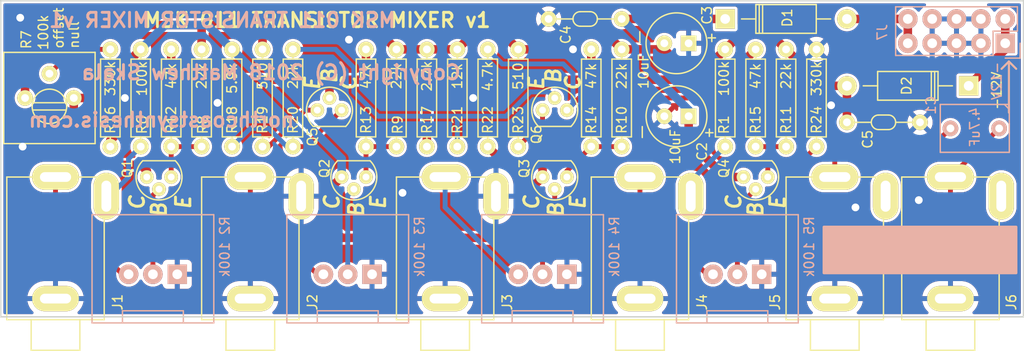
<source format=kicad_pcb>
(kicad_pcb (version 20211014) (generator pcbnew)
  (title_block (title "MSK 011 Transistor Mixer") (comment 1 "$Id: discrmix.kicad_pcb 8324 2020-11-18 02:26:53Z mskala $"))
  (layers (0 "F.Cu" signal) (31 "B.Cu" signal) (34 "B.Paste" user) (35 "F.Paste" user) (36 "B.SilkS" user "B.Silkscreen") (37 "F.SilkS" user "F.Silkscreen") (38 "B.Mask" user) (39 "F.Mask" user) (44 "Edge.Cuts" user))
  (net 0 "")
  (net 1 "+12V")
  (net 2 "GNDREF")
  (net 3 "-12V")
  (net 4 "Net-(J2-Pad1)")
  (net 5 "Net-(J3-Pad1)")
  (net 6 "Net-(J4-Pad1)")
  (net 7 "Net-(J4-Pad2)")
  (net 8 "Net-(Q1-Pad2)")
  (net 9 "Net-(Q1-Pad1)")
  (net 10 "Net-(Q2-Pad1)")
  (net 11 "Net-(Q2-Pad2)")
  (net 12 "Net-(Q3-Pad2)")
  (net 13 "Net-(Q3-Pad1)")
  (net 14 "Net-(Q4-Pad2)")
  (net 15 "Net-(Q4-Pad1)")
  (net 16 "Net-(Q5-Pad3)")
  (net 17 "Net-(Q5-Pad1)")
  (net 18 "Net-(Q5-Pad2)")
  (net 19 "Net-(Q6-Pad1)")
  (net 20 "Net-(Q6-Pad2)")
  (net 21 "Net-(C1-Pad1)")
  (net 22 "Net-(C1-Pad2)")
  (net 23 "Net-(J1-Pad1)")
  (net 24 "Net-(J1-Pad2)")
  (net 25 "Net-(R16-Pad1)")
  (net 26 "Net-(D1-Pad1)")
  (net 27 "Net-(D2-Pad2)")
  (footprint "mskala:C1V7msk" (layer "F.Cu") (at 146.685 88.265 180)
    (fp_text reference "C2" (at -2.667 -3.683 270) (layer "F.SilkS"))
    (fp_text value "10uF" (at 0.127 -3.175 270) (layer "F.SilkS"))
    (fp_text user "+" (at -3.429 -1.651 180) (layer "F.SilkS"))
    (fp_text user "-" (at 3.683 -1.651 270) (layer "F.SilkS") (effects (font (size 1.5 1.5))))
    (pad "1" thru_hole rect locked (at -1.27 0 180) (size 1.6256 1.6256) (drill 0.8128) (layers *.Cu *.Mask "F.SilkS") (net 1 "+12V"))
    (pad "2" thru_hole circle locked (at 1.27 0 180) (size 1.6256 1.6256) (drill 0.8128) (layers *.Cu *.Mask "F.SilkS") (net 2 "GNDREF"))
  )
  (footprint "mskala:C3msk" (layer "F.Cu") (at 137.16 78.105 180)
    (fp_text reference "C4" (at 2.032 -1.651 270) (layer "F.SilkS"))
    (fp_text value "0.1uF" hide)
    (pad "1" thru_hole circle locked (at -3.81 0 180) (size 1.6256 1.6256) (drill 0.8128) (layers *.Cu *.Mask "F.SilkS") (net 1 "+12V"))
    (pad "2" thru_hole circle locked (at 3.81 0 180) (size 1.6256 1.6256) (drill 0.8128) (layers *.Cu *.Mask "F.SilkS") (net 2 "GNDREF"))
  )
  (footprint "mskala:C1V7msk" (layer "F.Cu") (at 146.685 80.645 180)
    (fp_text reference "C3" (at -3.175 2.921 270) (layer "F.SilkS"))
    (fp_text value "10uF" (at 3.429 -2.921 270) (layer "F.SilkS"))
    (fp_text user "-" (at 3.937 0.635 270) (layer "F.SilkS") (effects (font (size 1.5 1.5))))
    (fp_text user "+" (at -3.683 0.635 180) (layer "F.SilkS"))
    (pad "1" thru_hole rect locked (at -1.27 0 180) (size 1.6256 1.6256) (drill 0.8128) (layers *.Cu *.Mask "F.SilkS") (net 2 "GNDREF"))
    (pad "2" thru_hole circle locked (at 1.27 0 180) (size 1.6256 1.6256) (drill 0.8128) (layers *.Cu *.Mask "F.SilkS") (net 3 "-12V"))
  )
  (footprint "mskala:C3msk" (layer "F.Cu") (at 168.275 88.9 180)
    (fp_text reference "C5" (at 1.651 -1.778 270) (layer "F.SilkS"))
    (fp_text value "0.1uF" hide)
    (pad "1" thru_hole circle locked (at -3.81 0 180) (size 1.6256 1.6256) (drill 0.8128) (layers *.Cu *.Mask "F.SilkS") (net 2 "GNDREF"))
    (pad "2" thru_hole circle locked (at 3.81 0 180) (size 1.6256 1.6256) (drill 0.8128) (layers *.Cu *.Mask "F.SilkS") (net 3 "-12V"))
  )
  (footprint "mskala:DO15msk" (layer "F.Cu") (at 158.115 78.105 180)
    (fp_text reference "D1" (at -0.127 0.127 270) (layer "F.SilkS"))
    (fp_text value "1N5818" hide)
    (pad "1" thru_hole circle locked (at -6.35 0 180) (size 2.032 2.032) (drill 1.016) (layers *.Cu *.Mask "F.SilkS") (net 26 "Net-(D1-Pad1)"))
    (pad "2" thru_hole rect locked (at 6.35 0 180) (size 2.032 2.032) (drill 1.016) (layers *.Cu *.Mask "F.SilkS") (net 1 "+12V"))
  )
  (footprint "mskala:DO15msk" (layer "F.Cu") (at 170.815 85.09)
    (fp_text reference "D2" (at -0.127 0 90) (layer "F.SilkS"))
    (fp_text value "1N5818" hide)
    (pad "1" thru_hole circle locked (at -6.35 0) (size 2.032 2.032) (drill 1.016) (layers *.Cu *.Mask "F.SilkS") (net 3 "-12V"))
    (pad "2" thru_hole rect locked (at 6.35 0) (size 2.032 2.032) (drill 1.016) (layers *.Cu *.Mask "F.SilkS") (net 27 "Net-(D2-Pad2)"))
  )
  (footprint "mskala:TO92msk" (layer "F.Cu") (at 93.98 94.615 180)
    (fp_text reference "Q1" (at 4.572 0.889 270) (layer "F.SilkS"))
    (fp_text value "2N5088" hide)
    (pad "1" thru_hole circle locked (at 0 0 225) (size 1.4224 1.4224) (drill 0.7112) (layers *.Cu *.Mask "F.SilkS") (net 9 "Net-(Q1-Pad1)"))
    (pad "2" thru_hole circle locked (at 1.27 -1.27 225) (size 1.4224 1.4224) (drill 0.7112) (layers *.Cu *.Mask "F.SilkS") (net 8 "Net-(Q1-Pad2)"))
    (pad "3" thru_hole circle locked (at 2.54 0 225) (size 1.4224 1.4224) (drill 0.7112) (layers *.Cu *.Mask "F.SilkS") (net 1 "+12V"))
  )
  (footprint "mskala:TO92msk" (layer "F.Cu") (at 114.3 94.615 180)
    (fp_text reference "Q2" (at 4.318 0.889 270) (layer "F.SilkS"))
    (fp_text value "2N5088" hide)
    (pad "1" thru_hole circle locked (at 0 0 225) (size 1.4224 1.4224) (drill 0.7112) (layers *.Cu *.Mask "F.SilkS") (net 10 "Net-(Q2-Pad1)"))
    (pad "2" thru_hole circle locked (at 1.27 -1.27 225) (size 1.4224 1.4224) (drill 0.7112) (layers *.Cu *.Mask "F.SilkS") (net 11 "Net-(Q2-Pad2)"))
    (pad "3" thru_hole circle locked (at 2.54 0 225) (size 1.4224 1.4224) (drill 0.7112) (layers *.Cu *.Mask "F.SilkS") (net 1 "+12V"))
  )
  (footprint "mskala:TO92msk" (layer "F.Cu") (at 135.255 94.615 180)
    (fp_text reference "Q3" (at 4.445 0.889 270) (layer "F.SilkS"))
    (fp_text value "2N5088" hide)
    (pad "1" thru_hole circle locked (at 0 0 225) (size 1.4224 1.4224) (drill 0.7112) (layers *.Cu *.Mask "F.SilkS") (net 13 "Net-(Q3-Pad1)"))
    (pad "2" thru_hole circle locked (at 1.27 -1.27 225) (size 1.4224 1.4224) (drill 0.7112) (layers *.Cu *.Mask "F.SilkS") (net 12 "Net-(Q3-Pad2)"))
    (pad "3" thru_hole circle locked (at 2.54 0 225) (size 1.4224 1.4224) (drill 0.7112) (layers *.Cu *.Mask "F.SilkS") (net 1 "+12V"))
  )
  (footprint "mskala:TO92msk" (layer "F.Cu") (at 132.715 87.63)
    (fp_text reference "Q6" (at -0.635 2.54 90) (layer "F.SilkS"))
    (fp_text value "2N5088" hide)
    (pad "1" thru_hole circle locked (at 0 0 45) (size 1.4224 1.4224) (drill 0.7112) (layers *.Cu *.Mask "F.SilkS") (net 19 "Net-(Q6-Pad1)"))
    (pad "2" thru_hole circle locked (at 1.27 -1.27 45) (size 1.4224 1.4224) (drill 0.7112) (layers *.Cu *.Mask "F.SilkS") (net 20 "Net-(Q6-Pad2)"))
    (pad "3" thru_hole circle locked (at 2.54 0 45) (size 1.4224 1.4224) (drill 0.7112) (layers *.Cu *.Mask "F.SilkS") (net 22 "Net-(C1-Pad2)"))
  )
  (footprint "mskala:TO92msk" (layer "F.Cu") (at 109.22 87.63)
    (fp_text reference "Q5" (at -0.508 2.794 90) (layer "F.SilkS"))
    (fp_text value "2N5088" hide)
    (pad "1" thru_hole circle locked (at 0 0 45) (size 1.4224 1.4224) (drill 0.7112) (layers *.Cu *.Mask "F.SilkS") (net 17 "Net-(Q5-Pad1)"))
    (pad "2" thru_hole circle locked (at 1.27 -1.27 45) (size 1.4224 1.4224) (drill 0.7112) (layers *.Cu *.Mask "F.SilkS") (net 18 "Net-(Q5-Pad2)"))
    (pad "3" thru_hole circle locked (at 2.54 0 45) (size 1.4224 1.4224) (drill 0.7112) (layers *.Cu *.Mask "F.SilkS") (net 16 "Net-(Q5-Pad3)"))
  )
  (footprint "mskala:TO92msk" (layer "F.Cu") (at 156.21 94.615 180)
    (fp_text reference "Q4" (at 4.572 0.889 270) (layer "F.SilkS"))
    (fp_text value "2N5088" hide)
    (pad "1" thru_hole circle locked (at 0 0 225) (size 1.4224 1.4224) (drill 0.7112) (layers *.Cu *.Mask "F.SilkS") (net 15 "Net-(Q4-Pad1)"))
    (pad "2" thru_hole circle locked (at 1.27 -1.27 225) (size 1.4224 1.4224) (drill 0.7112) (layers *.Cu *.Mask "F.SilkS") (net 14 "Net-(Q4-Pad2)"))
    (pad "3" thru_hole circle locked (at 2.54 0 225) (size 1.4224 1.4224) (drill 0.7112) (layers *.Cu *.Mask "F.SilkS") (net 1 "+12V"))
  )
  (footprint "mskala:R4valmsk" (layer "F.Cu") (at 90.805 86.36 90)
    (fp_text reference "R6" (at -2.794 0.127 90) (layer "F.SilkS"))
    (fp_text value "100k" (at 2.032 0.127 90) (layer "F.SilkS"))
    (pad "1" thru_hole circle locked (at -5.08 0 90) (size 1.6256 1.6256) (drill 0.8128) (layers *.Cu *.Mask "F.SilkS") (net 24 "Net-(J1-Pad2)"))
    (pad "2" thru_hole circle locked (at 5.08 0 90) (size 1.6256 1.6256) (drill 0.8128) (layers *.Cu *.Mask "F.SilkS") (net 1 "+12V"))
  )
  (footprint "mskala:R4valmsk" (layer "F.Cu") (at 93.98 86.36 90)
    (fp_text reference "R12" (at -2.286 0 90) (layer "F.SilkS"))
    (fp_text value "47k" (at 2.286 0 90) (layer "F.SilkS"))
    (pad "1" thru_hole circle locked (at -5.08 0 90) (size 1.6256 1.6256) (drill 0.8128) (layers *.Cu *.Mask "F.SilkS") (net 9 "Net-(Q1-Pad1)"))
    (pad "2" thru_hole circle locked (at 5.08 0 90) (size 1.6256 1.6256) (drill 0.8128) (layers *.Cu *.Mask "F.SilkS") (net 18 "Net-(Q5-Pad2)"))
  )
  (footprint "mskala:R4valmsk" (layer "F.Cu") (at 97.155 86.36 90)
    (fp_text reference "R8" (at -2.794 0.127 90) (layer "F.SilkS"))
    (fp_text value "22k" (at 2.286 0 90) (layer "F.SilkS"))
    (pad "1" thru_hole circle locked (at -5.08 0 90) (size 1.6256 1.6256) (drill 0.8128) (layers *.Cu *.Mask "F.SilkS") (net 9 "Net-(Q1-Pad1)"))
    (pad "2" thru_hole circle locked (at 5.08 0 90) (size 1.6256 1.6256) (drill 0.8128) (layers *.Cu *.Mask "F.SilkS") (net 3 "-12V"))
  )
  (footprint "mskala:R4valmsk" (layer "F.Cu") (at 114.3 86.36 90)
    (fp_text reference "R13" (at -2.286 0 90) (layer "F.SilkS"))
    (fp_text value "47k" (at 2.286 0 90) (layer "F.SilkS"))
    (pad "1" thru_hole circle locked (at -5.08 0 90) (size 1.6256 1.6256) (drill 0.8128) (layers *.Cu *.Mask "F.SilkS") (net 10 "Net-(Q2-Pad1)"))
    (pad "2" thru_hole circle locked (at 5.08 0 90) (size 1.6256 1.6256) (drill 0.8128) (layers *.Cu *.Mask "F.SilkS") (net 18 "Net-(Q5-Pad2)"))
  )
  (footprint "mskala:R4valmsk" (layer "F.Cu") (at 117.475 86.36 90)
    (fp_text reference "R9" (at -2.794 0.127 90) (layer "F.SilkS"))
    (fp_text value "22k" (at 2.286 0 90) (layer "F.SilkS"))
    (pad "1" thru_hole circle locked (at -5.08 0 90) (size 1.6256 1.6256) (drill 0.8128) (layers *.Cu *.Mask "F.SilkS") (net 10 "Net-(Q2-Pad1)"))
    (pad "2" thru_hole circle locked (at 5.08 0 90) (size 1.6256 1.6256) (drill 0.8128) (layers *.Cu *.Mask "F.SilkS") (net 3 "-12V"))
  )
  (footprint "mskala:R4valmsk" (layer "F.Cu") (at 127 86.36 90)
    (fp_text reference "R22" (at -2.286 0 90) (layer "F.SilkS"))
    (fp_text value "4.7k" (at 2.286 0 90) (layer "F.SilkS"))
    (pad "1" thru_hole circle locked (at -5.08 0 90) (size 1.6256 1.6256) (drill 0.8128) (layers *.Cu *.Mask "F.SilkS") (net 1 "+12V"))
    (pad "2" thru_hole circle locked (at 5.08 0 90) (size 1.6256 1.6256) (drill 0.8128) (layers *.Cu *.Mask "F.SilkS") (net 22 "Net-(C1-Pad2)"))
  )
  (footprint "mskala:R4valmsk" (layer "F.Cu") (at 100.33 86.36 -90)
    (fp_text reference "R18" (at 2.286 0 90) (layer "F.SilkS"))
    (fp_text value "5.9k" (at -2.032 0 90) (layer "F.SilkS"))
    (pad "1" thru_hole circle locked (at -5.08 0 270) (size 1.6256 1.6256) (drill 0.8128) (layers *.Cu *.Mask "F.SilkS") (net 1 "+12V"))
    (pad "2" thru_hole circle locked (at 5.08 0 270) (size 1.6256 1.6256) (drill 0.8128) (layers *.Cu *.Mask "F.SilkS") (net 16 "Net-(Q5-Pad3)"))
  )
  (footprint "mskala:R4valmsk" (layer "F.Cu") (at 106.68 86.36 90)
    (fp_text reference "R20" (at -2.286 0 90) (layer "F.SilkS"))
    (fp_text value "22k" (at 2.286 0 90) (layer "F.SilkS"))
    (pad "1" thru_hole circle locked (at -5.08 0 90) (size 1.6256 1.6256) (drill 0.8128) (layers *.Cu *.Mask "F.SilkS") (net 16 "Net-(Q5-Pad3)"))
    (pad "2" thru_hole circle locked (at 5.08 0 90) (size 1.6256 1.6256) (drill 0.8128) (layers *.Cu *.Mask "F.SilkS") (net 20 "Net-(Q6-Pad2)"))
  )
  (footprint "mskala:R4valmsk" (layer "F.Cu") (at 161.29 86.36 90)
    (fp_text reference "R24" (at -2.286 0 90) (layer "F.SilkS"))
    (fp_text value "330k" (at 2.032 0 90) (layer "F.SilkS"))
    (pad "1" thru_hole circle locked (at -5.08 0 90) (size 1.6256 1.6256) (drill 0.8128) (layers *.Cu *.Mask "F.SilkS") (net 21 "Net-(C1-Pad1)"))
    (pad "2" thru_hole circle locked (at 5.08 0 90) (size 1.6256 1.6256) (drill 0.8128) (layers *.Cu *.Mask "F.SilkS") (net 2 "GNDREF"))
  )
  (footprint "mskala:R4valmsk" (layer "F.Cu") (at 137.795 86.36 90)
    (fp_text reference "R14" (at -2.286 0 90) (layer "F.SilkS"))
    (fp_text value "47k" (at 2.286 0 90) (layer "F.SilkS"))
    (pad "1" thru_hole circle locked (at -5.08 0 90) (size 1.6256 1.6256) (drill 0.8128) (layers *.Cu *.Mask "F.SilkS") (net 13 "Net-(Q3-Pad1)"))
    (pad "2" thru_hole circle locked (at 5.08 0 90) (size 1.6256 1.6256) (drill 0.8128) (layers *.Cu *.Mask "F.SilkS") (net 18 "Net-(Q5-Pad2)"))
  )
  (footprint "mskala:R4valmsk" (layer "F.Cu") (at 123.825 86.36 90)
    (fp_text reference "R21" (at -2.286 0 90) (layer "F.SilkS"))
    (fp_text value "12k" (at 2.286 0 90) (layer "F.SilkS"))
    (pad "1" thru_hole circle locked (at -5.08 0 90) (size 1.6256 1.6256) (drill 0.8128) (layers *.Cu *.Mask "F.SilkS") (net 20 "Net-(Q6-Pad2)"))
    (pad "2" thru_hole circle locked (at 5.08 0 90) (size 1.6256 1.6256) (drill 0.8128) (layers *.Cu *.Mask "F.SilkS") (net 3 "-12V"))
  )
  (footprint "mskala:R4valmsk" (layer "F.Cu") (at 120.65 86.36 90)
    (fp_text reference "R17" (at -2.286 0 90) (layer "F.SilkS"))
    (fp_text value "2.7k" (at 2.286 0 90) (layer "F.SilkS"))
    (pad "1" thru_hole circle locked (at -5.08 0 90) (size 1.6256 1.6256) (drill 0.8128) (layers *.Cu *.Mask "F.SilkS") (net 18 "Net-(Q5-Pad2)"))
    (pad "2" thru_hole circle locked (at 5.08 0 90) (size 1.6256 1.6256) (drill 0.8128) (layers *.Cu *.Mask "F.SilkS") (net 3 "-12V"))
  )
  (footprint "mskala:R4valmsk" (layer "F.Cu") (at 140.97 86.36 90)
    (fp_text reference "R10" (at -2.286 0 90) (layer "F.SilkS"))
    (fp_text value "22k" (at 2.286 0 90) (layer "F.SilkS"))
    (pad "1" thru_hole circle locked (at -5.08 0 90) (size 1.6256 1.6256) (drill 0.8128) (layers *.Cu *.Mask "F.SilkS") (net 13 "Net-(Q3-Pad1)"))
    (pad "2" thru_hole circle locked (at 5.08 0 90) (size 1.6256 1.6256) (drill 0.8128) (layers *.Cu *.Mask "F.SilkS") (net 3 "-12V"))
  )
  (footprint "mskala:R4valmsk" (layer "F.Cu") (at 130.175 86.36 90)
    (fp_text reference "R23" (at -2.286 0 90) (layer "F.SilkS"))
    (fp_text value "510" (at 2.286 0 90) (layer "F.SilkS"))
    (pad "1" thru_hole circle locked (at -5.08 0 90) (size 1.6256 1.6256) (drill 0.8128) (layers *.Cu *.Mask "F.SilkS") (net 19 "Net-(Q6-Pad1)"))
    (pad "2" thru_hole circle locked (at 5.08 0 90) (size 1.6256 1.6256) (drill 0.8128) (layers *.Cu *.Mask "F.SilkS") (net 3 "-12V"))
  )
  (footprint "mskala:R4valmsk" (layer "F.Cu") (at 103.505 86.36 90)
    (fp_text reference "R19" (at -2.286 0 90) (layer "F.SilkS"))
    (fp_text value "510" (at 2.286 0 90) (layer "F.SilkS"))
    (pad "1" thru_hole circle locked (at -5.08 0 90) (size 1.6256 1.6256) (drill 0.8128) (layers *.Cu *.Mask "F.SilkS") (net 17 "Net-(Q5-Pad1)"))
    (pad "2" thru_hole circle locked (at 5.08 0 90) (size 1.6256 1.6256) (drill 0.8128) (layers *.Cu *.Mask "F.SilkS") (net 3 "-12V"))
  )
  (footprint "mskala:R4valmsk" (layer "F.Cu") (at 154.94 86.36 90)
    (fp_text reference "R15" (at -2.286 0 90) (layer "F.SilkS"))
    (fp_text value "47k" (at 2.286 0 90) (layer "F.SilkS"))
    (pad "1" thru_hole circle locked (at -5.08 0 90) (size 1.6256 1.6256) (drill 0.8128) (layers *.Cu *.Mask "F.SilkS") (net 15 "Net-(Q4-Pad1)"))
    (pad "2" thru_hole circle locked (at 5.08 0 90) (size 1.6256 1.6256) (drill 0.8128) (layers *.Cu *.Mask "F.SilkS") (net 18 "Net-(Q5-Pad2)"))
  )
  (footprint "mskala:R4valmsk" (layer "F.Cu") (at 151.765 86.36 90)
    (fp_text reference "R1" (at -2.794 -0.127 90) (layer "F.SilkS"))
    (fp_text value "100k" (at 2.032 -0.127 90) (layer "F.SilkS"))
    (pad "1" thru_hole circle locked (at -5.08 0 90) (size 1.6256 1.6256) (drill 0.8128) (layers *.Cu *.Mask "F.SilkS") (net 7 "Net-(J4-Pad2)"))
    (pad "2" thru_hole circle locked (at 5.08 0 90) (size 1.6256 1.6256) (drill 0.8128) (layers *.Cu *.Mask "F.SilkS") (net 3 "-12V"))
  )
  (footprint "mskala:R4valmsk" (layer "F.Cu") (at 158.115 86.36 90)
    (fp_text reference "R11" (at -2.286 0 90) (layer "F.SilkS"))
    (fp_text value "22k" (at 2.286 0 90) (layer "F.SilkS"))
    (pad "1" thru_hole circle locked (at -5.08 0 90) (size 1.6256 1.6256) (drill 0.8128) (layers *.Cu *.Mask "F.SilkS") (net 15 "Net-(Q4-Pad1)"))
    (pad "2" thru_hole circle locked (at 5.08 0 90) (size 1.6256 1.6256) (drill 0.8128) (layers *.Cu *.Mask "F.SilkS") (net 3 "-12V"))
  )
  (footprint "mskala:3386Pmsk" (layer "F.Cu") (at 83.82 86.36 180)
    (fp_text reference "R7" (at 4.953 6.096 270) (layer "F.SilkS"))
    (fp_text value "100k" (at 3.175 6.858 270) (layer "F.SilkS"))
    (pad "1" thru_hole circle locked (at 0 0 180) (size 1.6256 1.6256) (drill 0.8128) (layers *.Cu *.Mask "F.SilkS") (net 1 "+12V"))
    (pad "2" thru_hole circle locked (at 2.54 2.54 180) (size 1.6256 1.6256) (drill 0.8128) (layers *.Cu *.Mask "F.SilkS") (net 25 "Net-(R16-Pad1)"))
    (pad "3" thru_hole circle locked (at 5.08 0 180) (size 1.6256 1.6256) (drill 0.8128) (layers *.Cu *.Mask "F.SilkS") (net 3 "-12V"))
  )
  (footprint "mskala:R4valmsk" (layer "F.Cu") (at 87.63 86.36 -90)
    (fp_text reference "R16" (at 2.286 0 90) (layer "F.SilkS"))
    (fp_text value "330k" (at -2.032 0 90) (layer "F.SilkS"))
    (pad "1" thru_hole circle locked (at -5.08 0 270) (size 1.6256 1.6256) (drill 0.8128) (layers *.Cu *.Mask "F.SilkS") (net 25 "Net-(R16-Pad1)"))
    (pad "2" thru_hole circle locked (at 5.08 0 270) (size 1.6256 1.6256) (drill 0.8128) (layers *.Cu *.Mask "F.SilkS") (net 18 "Net-(Q5-Pad2)"))
  )
  (footprint "mskala:jack_ra_slotted_msk" (layer "F.Cu") (at 81.915 107.315 90)
    (fp_text reference "J1" (at -0.381 6.477 90) (layer "F.SilkS"))
    (fp_text value "JACK_2P" hide)
    (pad "1" thru_hole oval locked (at 12.7 0 180) (size 4.8768 2.6416) (drill oval 3.2512 1.016) (layers *.Cu *.Mask "F.SilkS") (net 23 "Net-(J1-Pad1)"))
    (pad "2" thru_hole oval locked (at 10.7 5.3 90) (size 4.8768 2.6416) (drill oval 3.2512 1.016) (layers *.Cu *.Mask "F.SilkS") (net 24 "Net-(J1-Pad2)"))
    (pad "3" thru_hole oval locked (at 0 0 180) (size 4.8768 2.6416) (drill oval 3.2512 1.016) (layers *.Cu *.Mask "F.SilkS") (net 2 "GNDREF"))
  )
  (footprint "mskala:jack_ra_slotted_msk" (layer "F.Cu") (at 102.235 107.315 90)
    (fp_text reference "J2" (at -0.381 6.477 90) (layer "F.SilkS"))
    (fp_text value "JACK_2P" hide)
    (pad "1" thru_hole oval locked (at 12.7 0 180) (size 4.8768 2.6416) (drill oval 3.2512 1.016) (layers *.Cu *.Mask "F.SilkS") (net 4 "Net-(J2-Pad1)"))
    (pad "2" thru_hole oval locked (at 10.7 5.3 90) (size 4.8768 2.6416) (drill oval 3.2512 1.016) (layers *.Cu *.Mask "F.SilkS") (net 2 "GNDREF"))
    (pad "3" thru_hole oval locked (at 0 0 180) (size 4.8768 2.6416) (drill oval 3.2512 1.016) (layers *.Cu *.Mask "F.SilkS") (net 2 "GNDREF"))
  )
  (footprint "mskala:jack_ra_slotted_msk" (layer "F.Cu") (at 122.555 107.315 90)
    (fp_text reference "J3" (at -0.381 6.477 90) (layer "F.SilkS"))
    (fp_text value "JACK_2P" hide)
    (pad "1" thru_hole oval locked (at 12.7 0 180) (size 4.8768 2.6416) (drill oval 3.2512 1.016) (layers *.Cu *.Mask "F.SilkS") (net 5 "Net-(J3-Pad1)"))
    (pad "2" thru_hole oval locked (at 10.7 5.3 90) (size 4.8768 2.6416) (drill oval 3.2512 1.016) (layers *.Cu *.Mask "F.SilkS") (net 2 "GNDREF"))
    (pad "3" thru_hole oval locked (at 0 0 180) (size 4.8768 2.6416) (drill oval 3.2512 1.016) (layers *.Cu *.Mask "F.SilkS") (net 2 "GNDREF"))
  )
  (footprint "mskala:jack_ra_slotted_msk" (layer "F.Cu") (at 142.875 107.315 90)
    (fp_text reference "J4" (at -0.381 6.477 90) (layer "F.SilkS"))
    (fp_text value "JACK_2P" hide)
    (pad "1" thru_hole oval locked (at 12.7 0 180) (size 4.8768 2.6416) (drill oval 3.2512 1.016) (layers *.Cu *.Mask "F.SilkS") (net 6 "Net-(J4-Pad1)"))
    (pad "2" thru_hole oval locked (at 10.7 5.3 90) (size 4.8768 2.6416) (drill oval 3.2512 1.016) (layers *.Cu *.Mask "F.SilkS") (net 7 "Net-(J4-Pad2)"))
    (pad "3" thru_hole oval locked (at 0 0 180) (size 4.8768 2.6416) (drill oval 3.2512 1.016) (layers *.Cu *.Mask "F.SilkS") (net 2 "GNDREF"))
  )
  (footprint "mskala:jack_ra_slotted_msk" (layer "F.Cu") (at 163.195 107.315 90)
    (fp_text reference "J5" (at -0.381 -6.223 90) (layer "F.SilkS"))
    (fp_text value "JACK_2P" hide)
    (pad "1" thru_hole oval locked (at 12.7 0 180) (size 4.8768 2.6416) (drill oval 3.2512 1.016) (layers *.Cu *.Mask "F.SilkS") (net 22 "Net-(C1-Pad2)"))
    (pad "2" thru_hole oval locked (at 10.7 5.3 90) (size 4.8768 2.6416) (drill oval 3.2512 1.016) (layers *.Cu *.Mask "F.SilkS"))
    (pad "3" thru_hole oval locked (at 0 0 180) (size 4.8768 2.6416) (drill oval 3.2512 1.016) (layers *.Cu *.Mask "F.SilkS") (net 2 "GNDREF"))
  )
  (footprint "mskala:jack_ra_slotted_msk" (layer "F.Cu") (at 175.26 107.315 90)
    (fp_text reference "J6" (at -0.381 6.35 90) (layer "F.SilkS"))
    (fp_text value "JACK_2P" hide)
    (pad "1" thru_hole oval locked (at 12.7 0 180) (size 4.8768 2.6416) (drill oval 3.2512 1.016) (layers *.Cu *.Mask "F.SilkS") (net 21 "Net-(C1-Pad1)"))
    (pad "2" thru_hole oval locked (at 10.7 5.3 90) (size 4.8768 2.6416) (drill oval 3.2512 1.016) (layers *.Cu *.Mask "F.SilkS"))
    (pad "3" thru_hole oval locked (at 0 0 180) (size 4.8768 2.6416) (drill oval 3.2512 1.016) (layers *.Cu *.Mask "F.SilkS") (net 2 "GNDREF"))
  )
  (footprint "mskala:C2_3x2msk" (layer "B.Cu") (at 177.8 89.535 180)
    (fp_text reference "C1" (at 4.572 2.413 270) (layer "B.SilkS") (effects (justify mirror)))
    (fp_text value "4.7uF" (at 0 0.127 270) (layer "B.SilkS") (effects (justify mirror)))
    (pad "1" thru_hole circle locked (at -2.54 0 180) (size 1.6256 1.6256) (drill 0.8128) (layers *.Cu *.Mask "B.SilkS") (net 21 "Net-(C1-Pad1)"))
    (pad "2" thru_hole circle locked (at 2.54 0 180) (size 1.6256 1.6256) (drill 0.8128) (layers *.Cu *.Mask "B.SilkS") (net 22 "Net-(C1-Pad2)"))
  )
  (footprint "mskala:2x05msk" (layer "B.Cu") (at 180.975 80.645 90)
    (fp_text reference "J7" (at 1.143 -12.827 90) (layer "B.SilkS") (effects (justify mirror)))
    (fp_text value "CONN_02X05" hide)
    (pad "1" thru_hole rect locked (at 0 0 90) (size 2.032 2.032) (drill 1.016) (layers *.Cu *.Mask "B.SilkS") (net 27 "Net-(D2-Pad2)"))
    (pad "2" thru_hole oval locked (at 2.54 0 90) (size 2.032 2.032) (drill 1.016) (layers *.Cu *.Mask "B.SilkS") (net 27 "Net-(D2-Pad2)"))
    (pad "3" thru_hole oval locked (at 0 -2.54 90) (size 2.032 2.032) (drill 1.016) (layers *.Cu *.Mask "B.SilkS") (net 2 "GNDREF"))
    (pad "4" thru_hole oval locked (at 2.54 -2.54 90) (size 2.032 2.032) (drill 1.016) (layers *.Cu *.Mask "B.SilkS") (net 2 "GNDREF"))
    (pad "5" thru_hole oval locked (at 0 -5.08 90) (size 2.032 2.032) (drill 1.016) (layers *.Cu *.Mask "B.SilkS") (net 2 "GNDREF"))
    (pad "6" thru_hole oval locked (at 2.54 -5.08 90) (size 2.032 2.032) (drill 1.016) (layers *.Cu *.Mask "B.SilkS") (net 2 "GNDREF"))
    (pad "7" thru_hole oval locked (at 0 -7.62 90) (size 2.032 2.032) (drill 1.016) (layers *.Cu *.Mask "B.SilkS") (net 2 "GNDREF"))
    (pad "8" thru_hole oval locked (at 2.54 -7.62 90) (size 2.032 2.032) (drill 1.016) (layers *.Cu *.Mask "B.SilkS") (net 2 "GNDREF"))
    (pad "9" thru_hole oval locked (at 0 -10.16 90) (size 2.032 2.032) (drill 1.016) (layers *.Cu *.Mask "B.SilkS") (net 26 "Net-(D1-Pad1)"))
    (pad "10" thru_hole oval locked (at 2.54 -10.16 90) (size 2.032 2.032) (drill 1.016) (layers *.Cu *.Mask "B.SilkS") (net 26 "Net-(D1-Pad1)"))
  )
  (footprint "mskala:260Pmsk" (layer "B.Cu") (at 94.615 104.775 90)
    (fp_text reference "R2" (at 5.08 4.953 90) (layer "B.SilkS") (effects (justify mirror)))
    (fp_text value "100k" (at 1.524 4.953 90) (layer "B.SilkS") (effects (justify mirror)))
    (pad "1" thru_hole rect locked (at 0 0 90) (size 2.032 2.032) (drill 1.016) (layers *.Cu *.Mask "B.SilkS") (net 2 "GNDREF"))
    (pad "2" thru_hole oval locked (at 0 -2.54 90) (size 2.032 2.032) (drill 1.016) (layers *.Cu *.Mask "B.SilkS") (net 8 "Net-(Q1-Pad2)"))
    (pad "3" thru_hole oval locked (at 0 -5.08 90) (size 2.032 2.032) (drill 1.016) (layers *.Cu *.Mask "B.SilkS") (net 23 "Net-(J1-Pad1)"))
  )
  (footprint "mskala:260Pmsk" (layer "B.Cu") (at 114.935 104.775 90)
    (fp_text reference "R3" (at 5.08 4.953 90) (layer "B.SilkS") (effects (justify mirror)))
    (fp_text value "100k" (at 1.524 4.953 90) (layer "B.SilkS") (effects (justify mirror)))
    (pad "1" thru_hole rect locked (at 0 0 90) (size 2.032 2.032) (drill 1.016) (layers *.Cu *.Mask "B.SilkS") (net 2 "GNDREF"))
    (pad "2" thru_hole oval locked (at 0 -2.54 90) (size 2.032 2.032) (drill 1.016) (layers *.Cu *.Mask "B.SilkS") (net 11 "Net-(Q2-Pad2)"))
    (pad "3" thru_hole oval locked (at 0 -5.08 90) (size 2.032 2.032) (drill 1.016) (layers *.Cu *.Mask "B.SilkS") (net 4 "Net-(J2-Pad1)"))
  )
  (footprint "mskala:260Pmsk" (layer "B.Cu") (at 135.255 104.775 90)
    (fp_text reference "R4" (at 5.08 4.953 90) (layer "B.SilkS") (effects (justify mirror)))
    (fp_text value "100k" (at 1.524 4.953 90) (layer "B.SilkS") (effects (justify mirror)))
    (pad "1" thru_hole rect locked (at 0 0 90) (size 2.032 2.032) (drill 1.016) (layers *.Cu *.Mask "B.SilkS") (net 2 "GNDREF"))
    (pad "2" thru_hole oval locked (at 0 -2.54 90) (size 2.032 2.032) (drill 1.016) (layers *.Cu *.Mask "B.SilkS") (net 12 "Net-(Q3-Pad2)"))
    (pad "3" thru_hole oval locked (at 0 -5.08 90) (size 2.032 2.032) (drill 1.016) (layers *.Cu *.Mask "B.SilkS") (net 5 "Net-(J3-Pad1)"))
  )
  (footprint "mskala:260Pmsk" (layer "B.Cu") (at 155.575 104.775 90)
    (fp_text reference "R5" (at 5.08 4.953 90) (layer "B.SilkS") (effects (justify mirror)))
    (fp_text value "100k" (at 1.524 4.953 90) (layer "B.SilkS") (effects (justify mirror)))
    (pad "1" thru_hole rect locked (at 0 0 90) (size 2.032 2.032) (drill 1.016) (layers *.Cu *.Mask "B.SilkS") (net 2 "GNDREF"))
    (pad "2" thru_hole oval locked (at 0 -2.54 90) (size 2.032 2.032) (drill 1.016) (layers *.Cu *.Mask "B.SilkS") (net 14 "Net-(Q4-Pad2)"))
    (pad "3" thru_hole oval locked (at 0 -5.08 90) (size 2.032 2.032) (drill 1.016) (layers *.Cu *.Mask "B.SilkS") (net 6 "Net-(J4-Pad1)"))
  )
  (gr_line (start 182.118 83.312) (end 181.356 82.55) (layer "B.SilkS") (width 0.2))
  (gr_line (start 181.356 87.884) (end 181.356 82.55) (layer "B.SilkS") (width 0.2))
  (gr_line (start 181.356 82.55) (end 180.594 83.312) (layer "B.SilkS") (width 0.2))
  (gr_line (start 181.356 82.55) (end 182.118 83.312) (layer "F.SilkS") (width 0.2))
  (gr_line (start 181.356 82.55) (end 180.594 83.312) (layer "F.SilkS") (width 0.2))
  (gr_line (start 181.356 87.884) (end 181.356 82.55) (layer "F.SilkS") (width 0.2))
  (gr_line (start 76.2 109.22) (end 76.2 76.2) (layer "Edge.Cuts") (width 0.15))
  (gr_line (start 76.2 76.2) (end 182.88 76.2) (layer "Edge.Cuts") (width 0.15))
  (gr_line (start 182.88 109.22) (end 76.2 109.22) (layer "Edge.Cuts") (width 0.15))
  (gr_line (start 182.88 76.2) (end 182.88 109.22) (layer "Edge.Cuts") (width 0.15))
  (gr_text "-12V" (at 180.086 84.582 90) (layer "B.SilkS") (effects (font (size 0.992 0.992) (thickness 0.1524)) (justify mirror)))
  (gr_text "MSK 011 TRANSISTOR MIXER v1" (at 99.314 78.232) (layer "B.SilkS") (effects (font (size 1.5 1.5) (thickness 0.3)) (justify mirror)))
  (gr_text "northcoastsynthesis.com" (at 92.964 88.646) (layer "B.SilkS") (effects (font (size 1.5 1.5) (thickness 0.3)) (justify mirror)))
  (gr_text "Copyright (C) 2018 Matthew Skala" (at 104.394 83.693) (layer "B.SilkS") (effects (font (size 1.5 1.5) (thickness 0.3)) (justify mirror)))
  (gr_text "E" (at 108.712 84.836 90) (layer "F.SilkS") (effects (font (size 1.5 1.5) (thickness 0.3) italic)))
  (gr_text "E" (at 115.57 97.282 90) (layer "F.SilkS") (effects (font (size 1.5 1.5) (thickness 0.3) italic)))
  (gr_text "E" (at 136.398 97.282 90) (layer "F.SilkS") (effects (font (size 1.5 1.5) (thickness 0.3) italic)))
  (gr_text "E" (at 132.08 84.836 90) (layer "F.SilkS") (effects (font (size 1.5 1.5) (thickness 0.3) italic)))
  (gr_text "E" (at 157.226 97.282 90) (layer "F.SilkS") (effects (font (size 1.5 1.5) (thickness 0.3) italic)))
  (gr_text "B" (at 110.49 84.074 90) (layer "F.SilkS") (effects (font (size 1.5 1.5) (thickness 0.3) italic)))
  (gr_text "B" (at 113.284 98.044 90) (layer "F.SilkS") (effects (font (size 1.5 1.5) (thickness 0.3) italic)))
  (gr_text "B" (at 134.112 98.044 90) (layer "F.SilkS") (effects (font (size 1.5 1.5) (thickness 0.3) italic)))
  (gr_text "B" (at 133.858 84.074 90) (layer "F.SilkS") (effects (font (size 1.5 1.5) (thickness 0.3) italic)))
  (gr_text "B" (at 154.94 98.044 90) (layer "F.SilkS") (effects (font (size 1.5 1.5) (thickness 0.3) italic)))
  (gr_text "C" (at 110.744 97.282 90) (layer "F.SilkS") (effects (font (size 1.5 1.5) (thickness 0.3) italic)))
  (gr_text "C" (at 131.572 97.282 90) (layer "F.SilkS") (effects (font (size 1.5 1.5) (thickness 0.3) italic)))
  (gr_text "C" (at 112.522 84.836 90) (layer "F.SilkS") (effects (font (size 1.5 1.5) (thickness 0.3) italic)))
  (gr_text "C" (at 135.89 84.836 90) (layer "F.SilkS") (effects (font (size 1.5 1.5) (thickness 0.3) italic)))
  (gr_text "C" (at 152.654 97.282 90) (layer "F.SilkS") (effects (font (size 1.5 1.5) (thickness 0.3) italic)))
  (gr_text "C" (at 90.424 97.282 90) (layer "F.SilkS") (effects (font (size 1.5 1.5) (thickness 0.3) italic)))
  (gr_text "-12V" (at 180.086 85.598 90) (layer "F.SilkS") (effects (font (size 0.992 0.992) (thickness 0.1524))))
  (gr_text "B" (at 92.71 98.044 90) (layer "F.SilkS") (effects (font (size 1.5 1.5) (thickness 0.3) italic)))
  (gr_text "MSK 011 TRANSISTOR MIXER v1" (at 109.22 78.232) (layer "F.SilkS") (effects (font (size 1.5 1.5) (thickness 0.3))))
  (gr_text "E" (at 95.25 97.282 90) (layer "F.SilkS") (effects (font (size 1.5 1.5) (thickness 0.3) italic)))
  (gr_text "offset\nnull" (at 83.058 81.28 90) (layer "F.SilkS") (effects (font (size 0.992 0.992) (thickness 0.1524)) (justify left)))
  (segment (start 83.82 91.44) (end 85.725 93.345) (width 0.889) (layer "F.Cu") (net 1))
  (segment (start 85.725 93.345) (end 90.805 93.345) (width 0.889) (layer "F.Cu") (net 1))
  (segment (start 90.805 93.345) (end 91.44 93.98) (width 0.889) (layer "F.Cu") (net 1))
  (segment (start 91.44 93.98) (end 91.44 94.615) (width 0.889) (layer "F.Cu") (net 1))
  (segment (start 140.97 78.105) (end 151.765 78.105) (width 0.889) (layer "F.Cu") (net 1))
  (segment (start 147.955 90.805) (end 151.765 94.615) (width 0.889) (layer "F.Cu") (net 1))
  (segment (start 151.765 94.615) (end 153.67 94.615) (width 0.889) (layer "F.Cu") (net 1))
  (segment (start 144.145 90.805) (end 142.24 88.9) (width 0.889) (layer "F.Cu") (net 1))
  (segment (start 142.24 88.9) (end 137.16 88.9) (width 0.889) (layer "F.Cu") (net 1))
  (segment (start 137.16 88.9) (end 132.715 93.345) (width 0.889) (layer "F.Cu") (net 1))
  (segment (start 132.715 93.345) (end 128.905 93.345) (width 0.889) (layer "F.Cu") (net 1))
  (segment (start 128.905 93.345) (end 127 91.44) (width 0.889) (layer "F.Cu") (net 1))
  (segment (start 131.445 95.885) (end 131.445 99.06) (width 0.889) (layer "F.Cu") (net 1))
  (segment (start 131.445 99.06) (end 129.54 100.965) (width 0.889) (layer "F.Cu") (net 1))
  (segment (start 129.54 100.965) (end 111.76 100.965) (width 0.889) (layer "F.Cu") (net 1))
  (segment (start 111.76 100.965) (end 110.49 99.695) (width 0.889) (layer "F.Cu") (net 1))
  (segment (start 110.49 99.695) (end 110.49 95.885) (width 0.889) (layer "F.Cu") (net 1))
  (segment (start 110.49 95.885) (end 111.76 94.615) (width 0.889) (layer "F.Cu") (net 1))
  (segment (start 132.715 93.345) (end 132.715 94.615) (width 0.889) (layer "F.Cu") (net 1))
  (segment (start 132.715 94.615) (end 131.445 95.885) (width 0.889) (layer "F.Cu") (net 1))
  (segment (start 147.955 88.265) (end 147.955 90.805) (width 0.889) (layer "F.Cu") (net 1))
  (segment (start 83.82 86.36) (end 83.82 91.44) (width 0.889) (layer "F.Cu") (net 1))
  (segment (start 147.955 90.805) (end 144.145 90.805) (width 0.889) (layer "F.Cu") (net 1))
  (segment (start 90.805 81.28) (end 85.725 86.36) (width 0.889) (layer "F.Cu") (net 1))
  (segment (start 83.82 86.36) (end 85.725 86.36) (width 0.889) (layer "F.Cu") (net 1))
  (segment (start 143.51 80.645) (end 143.51 83.185) (width 0.889) (layer "B.Cu") (net 1))
  (segment (start 143.51 83.185) (end 147.955 87.63) (width 0.889) (layer "B.Cu") (net 1))
  (segment (start 147.955 87.63) (end 147.955 88.265) (width 0.889) (layer "B.Cu") (net 1))
  (segment (start 111.76 92.71) (end 100.33 81.28) (width 0.889) (layer "B.Cu") (net 1))
  (segment (start 97.79 78.74) (end 93.345 78.74) (width 0.889) (layer "B.Cu") (net 1))
  (segment (start 93.345 78.74) (end 90.805 81.28) (width 0.889) (layer "B.Cu") (net 1))
  (segment (start 140.97 78.105) (end 143.51 80.645) (width 0.889) (layer "B.Cu") (net 1))
  (segment (start 111.76 94.615) (end 111.76 92.71) (width 0.889) (layer "B.Cu") (net 1))
  (segment (start 100.33 81.28) (end 97.79 78.74) (width 0.889) (layer "B.Cu") (net 1))
  (via (at 98.806 86.868) (size 1.4224) (drill 0.8128) (layers "F.Cu" "B.Cu") (net 2))
  (via (at 89.154 86.36) (size 1.4224) (drill 0.8128) (layers "F.Cu" "B.Cu") (net 2))
  (via (at 78.232 77.978) (size 1.4224) (drill 0.8128) (layers "F.Cu" "B.Cu") (net 2))
  (via (at 118.11 96.266) (size 1.4224) (drill 0.8128) (layers "F.Cu" "B.Cu") (net 2))
  (via (at 171.958 97.028) (size 1.4224) (drill 0.8128) (layers "F.Cu" "B.Cu") (net 2))
  (via (at 162.814 87.122) (size 1.4224) (drill 0.8128) (layers "F.Cu" "B.Cu") (net 2))
  (via (at 78.486 91.44) (size 1.4224) (drill 0.8128) (layers "F.Cu" "B.Cu") (net 2))
  (via (at 135.89 81.28) (size 1.4224) (drill 0.8128) (layers "F.Cu" "B.Cu") (net 2))
  (via (at 112.522 80.264) (size 1.4224) (drill 0.8128) (layers "F.Cu" "B.Cu") (net 2))
  (via (at 165.354 97.79) (size 1.4224) (drill 0.8128) (layers "F.Cu" "B.Cu") (net 2))
  (via (at 125.476 86.36) (size 1.4224) (drill 0.8128) (layers "F.Cu" "B.Cu") (net 2))
  (segment (start 161.925 85.09) (end 164.465 85.09) (width 0.889) (layer "F.Cu") (net 3))
  (segment (start 145.415 81.28) (end 140.97 81.28) (width 0.889) (layer "F.Cu") (net 3))
  (segment (start 138.43 78.74) (end 136.398 78.74) (width 0.889) (layer "F.Cu") (net 3))
  (segment (start 136.398 78.74) (end 133.858 81.28) (width 0.889) (layer "F.Cu") (net 3))
  (segment (start 133.858 81.28) (end 130.175 81.28) (width 0.889) (layer "F.Cu") (net 3))
  (segment (start 127.635 78.74) (end 126.365 78.74) (width 0.889) (layer "F.Cu") (net 3))
  (segment (start 126.365 78.74) (end 123.825 81.28) (width 0.889) (layer "F.Cu") (net 3))
  (segment (start 97.155 78.74) (end 97.155 81.28) (width 0.889) (layer "F.Cu") (net 3))
  (segment (start 97.155 78.74) (end 114.935 78.74) (width 0.889) (layer "F.Cu") (net 3))
  (segment (start 82.55 78.74) (end 78.74 82.55) (width 0.889) (layer "F.Cu") (net 3))
  (segment (start 78.74 82.55) (end 78.74 86.36) (width 0.889) (layer "F.Cu") (net 3))
  (segment (start 155.575 78.74) (end 154.305 78.74) (width 0.889) (layer "F.Cu") (net 3))
  (segment (start 154.305 78.74) (end 151.765 81.28) (width 0.889) (layer "F.Cu") (net 3))
  (segment (start 150.495 82.55) (end 146.685 82.55) (width 0.889) (layer "F.Cu") (net 3))
  (segment (start 146.685 82.55) (end 145.415 81.28) (width 0.889) (layer "F.Cu") (net 3))
  (segment (start 145.415 81.28) (end 145.415 80.645) (width 0.889) (layer "F.Cu") (net 3))
  (segment (start 120.65 81.28) (end 117.475 81.28) (width 0.889) (layer "F.Cu") (net 3))
  (segment (start 123.825 81.28) (end 120.65 81.28) (width 0.889) (layer "F.Cu") (net 3))
  (segment (start 103.505 81.28) (end 103.505 78.74) (width 0.889) (layer "F.Cu") (net 3))
  (segment (start 158.115 81.28) (end 155.575 78.74) (width 0.889) (layer "F.Cu") (net 3))
  (segment (start 117.475 81.28) (end 114.935 78.74) (width 0.889) (layer "F.Cu") (net 3))
  (segment (start 164.465 88.9) (end 164.465 85.09) (width 0.889) (layer "F.Cu") (net 3))
  (segment (start 158.115 81.28) (end 161.925 85.09) (width 0.889) (layer "F.Cu") (net 3))
  (segment (start 140.97 81.28) (end 138.43 78.74) (width 0.889) (layer "F.Cu") (net 3))
  (segment (start 151.765 81.28) (end 150.495 82.55) (width 0.889) (layer "F.Cu") (net 3))
  (segment (start 97.155 78.74) (end 82.55 78.74) (width 0.889) (layer "F.Cu") (net 3))
  (segment (start 130.175 81.28) (end 127.635 78.74) (width 0.889) (layer "F.Cu") (net 3))
  (segment (start 102.235 97.79) (end 109.22 104.775) (width 0.508) (layer "F.Cu") (net 4))
  (segment (start 102.235 94.615) (end 102.235 97.79) (width 0.508) (layer "F.Cu") (net 4))
  (segment (start 122.555 97.79) (end 129.54 104.775) (width 0.508) (layer "B.Cu") (net 5))
  (segment (start 122.555 94.615) (end 122.555 97.79) (width 0.508) (layer "B.Cu") (net 5))
  (segment (start 142.875 97.79) (end 149.86 104.775) (width 0.508) (layer "F.Cu") (net 6))
  (segment (start 142.875 94.615) (end 142.875 97.79) (width 0.508) (layer "F.Cu") (net 6))
  (segment (start 151.765 91.44) (end 148.59 94.615) (width 0.508) (layer "B.Cu") (net 7))
  (segment (start 92.075 96.52) (end 92.075 104.14) (width 0.508) (layer "F.Cu") (net 8))
  (segment (start 92.71 95.885) (end 92.075 96.52) (width 0.508) (layer "F.Cu") (net 8))
  (segment (start 93.98 91.44) (end 97.155 91.44) (width 0.508) (layer "F.Cu") (net 9))
  (segment (start 93.98 94.615) (end 93.98 91.44) (width 0.508) (layer "F.Cu") (net 9))
  (segment (start 114.3 91.44) (end 117.475 91.44) (width 0.508) (layer "F.Cu") (net 10))
  (segment (start 114.3 94.615) (end 114.3 91.44) (width 0.508) (layer "F.Cu") (net 10))
  (segment (start 112.395 96.52) (end 113.03 95.885) (width 0.508) (layer "B.Cu") (net 11))
  (segment (start 112.395 104.14) (end 112.395 96.52) (width 0.508) (layer "B.Cu") (net 11))
  (segment (start 132.715 101.6) (end 133.985 100.33) (width 0.508) (layer "F.Cu") (net 12))
  (segment (start 133.985 100.33) (end 133.985 95.885) (width 0.508) (layer "F.Cu") (net 12))
  (segment (start 132.715 104.14) (end 132.715 101.6) (width 0.508) (layer "F.Cu") (net 12))
  (segment (start 137.795 91.44) (end 135.255 93.98) (width 0.508) (layer "F.Cu") (net 13))
  (segment (start 135.255 93.98) (end 135.255 94.615) (width 0.508) (layer "F.Cu") (net 13))
  (segment (start 140.97 91.44) (end 137.795 91.44) (width 0.508) (layer "F.Cu") (net 13))
  (segment (start 153.035 97.79) (end 153.035 104.14) (width 0.508) (layer "F.Cu") (net 14))
  (segment (start 154.94 95.885) (end 153.035 97.79) (width 0.508) (layer "F.Cu") (net 14))
  (segment (start 156.21 91.44) (end 158.115 91.44) (width 0.508) (layer "F.Cu") (net 15))
  (segment (start 156.21 94.615) (end 156.21 91.44) (width 0.508) (layer "F.Cu") (net 15))
  (segment (start 154.94 91.44) (end 156.21 91.44) (width 0.508) (layer "F.Cu") (net 15))
  (segment (start 107.95 91.44) (end 106.68 91.44) (width 0.508) (layer "F.Cu") (net 16))
  (segment (start 111.76 87.63) (end 107.95 91.44) (width 0.508) (layer "F.Cu") (net 16))
  (segment (start 106.045 91.44) (end 104.14 89.535) (width 0.508) (layer "B.Cu") (net 16))
  (segment (start 104.14 89.535) (end 102.235 89.535) (width 0.508) (layer "B.Cu") (net 16))
  (segment (start 102.235 89.535) (end 100.33 91.44) (width 0.508) (layer "B.Cu") (net 16))
  (segment (start 106.68 91.44) (end 106.045 91.44) (width 0.508) (layer "B.Cu") (net 16))
  (segment (start 107.95 87.63) (end 104.14 91.44) (width 0.508) (layer "F.Cu") (net 17))
  (segment (start 104.14 91.44) (end 103.505 91.44) (width 0.508) (layer "F.Cu") (net 17))
  (segment (start 109.22 87.63) (end 107.95 87.63) (width 0.508) (layer "F.Cu") (net 17))
  (segment (start 151.765 84.455) (end 137.795 84.455) (width 0.889) (layer "F.Cu") (net 18))
  (segment (start 93.98 84.455) (end 87.63 90.805) (width 0.889) (layer "F.Cu") (net 18))
  (segment (start 87.63 90.805) (end 87.63 91.44) (width 0.889) (layer "F.Cu") (net 18))
  (segment (start 110.49 84.455) (end 93.98 84.455) (width 0.889) (layer "F.Cu") (net 18))
  (segment (start 114.3 84.455) (end 110.49 84.455) (width 0.889) (layer "F.Cu") (net 18))
  (segment (start 120.65 84.455) (end 114.3 84.455) (width 0.889) (layer "F.Cu") (net 18))
  (segment (start 137.795 84.455) (end 120.65 84.455) (width 0.889) (layer "F.Cu") (net 18))
  (segment (start 114.3 81.28) (end 114.3 84.455) (width 0.889) (layer "F.Cu") (net 18))
  (segment (start 120.65 91.44) (end 120.65 84.455) (width 0.889) (layer "F.Cu") (net 18))
  (segment (start 137.795 81.28) (end 137.795 84.455) (width 0.889) (layer "F.Cu") (net 18))
  (segment (start 93.98 81.28) (end 93.98 84.455) (width 0.889) (layer "F.Cu") (net 18))
  (segment (start 154.94 81.28) (end 151.765 84.455) (width 0.889) (layer "F.Cu") (net 18))
  (segment (start 110.49 86.36) (end 110.49 84.455) (width 0.889) (layer "F.Cu") (net 18))
  (segment (start 132.715 88.9) (end 132.715 87.63) (width 0.508) (layer "F.Cu") (net 19))
  (segment (start 130.175 91.44) (end 132.715 88.9) (width 0.508) (layer "F.Cu") (net 19))
  (segment (start 111.125 81.28) (end 113.03 83.185) (width 0.508) (layer "B.Cu") (net 20))
  (segment (start 113.03 83.185) (end 113.03 85.725) (width 0.508) (layer "B.Cu") (net 20))
  (segment (start 113.03 85.725) (end 115.57 88.265) (width 0.508) (layer "B.Cu") (net 20))
  (segment (start 115.57 88.265) (end 123.825 88.265) (width 0.508) (layer "B.Cu") (net 20))
  (segment (start 128.905 88.265) (end 131.445 85.725) (width 0.508) (layer "B.Cu") (net 20))
  (segment (start 131.445 85.725) (end 133.35 85.725) (width 0.508) (layer "B.Cu") (net 20))
  (segment (start 133.35 85.725) (end 133.985 86.36) (width 0.508) (layer "B.Cu") (net 20))
  (segment (start 123.825 88.265) (end 128.905 88.265) (width 0.508) (layer "B.Cu") (net 20))
  (segment (start 123.825 91.44) (end 123.825 88.265) (width 0.508) (layer "B.Cu") (net 20))
  (segment (start 106.68 81.28) (end 111.125 81.28) (width 0.508) (layer "B.Cu") (net 20))
  (segment (start 175.26 96.52) (end 171.45 100.33) (width 0.508) (layer "F.Cu") (net 21))
  (segment (start 171.45 100.33) (end 163.83 100.33) (width 0.508) (layer "F.Cu") (net 21))
  (segment (start 163.83 100.33) (end 159.385 95.885) (width 0.508) (layer "F.Cu") (net 21))
  (segment (start 159.385 95.885) (end 159.385 93.345) (width 0.508) (layer "F.Cu") (net 21))
  (segment (start 159.385 93.345) (end 161.29 91.44) (width 0.508) (layer "F.Cu") (net 21))
  (segment (start 175.26 94.615) (end 175.26 96.52) (width 0.508) (layer "F.Cu") (net 21))
  (segment (start 180.34 89.535) (end 175.26 94.615) (width 0.508) (layer "F.Cu") (net 21))
  (segment (start 158.75 86.36) (end 163.195 90.805) (width 0.508) (layer "F.Cu") (net 22))
  (segment (start 163.195 90.805) (end 163.195 94.615) (width 0.508) (layer "F.Cu") (net 22))
  (segment (start 173.99 90.805) (end 175.26 89.535) (width 0.508) (layer "F.Cu") (net 22))
  (segment (start 158.75 86.36) (end 136.525 86.36) (width 0.508) (layer "F.Cu") (net 22))
  (segment (start 163.195 90.805) (end 173.99 90.805) (width 0.508) (layer "F.Cu") (net 22))
  (segment (start 136.525 86.36) (end 135.255 87.63) (width 0.508) (layer "F.Cu") (net 22))
  (segment (start 135.89 86.995) (end 135.89 83.82) (width 0.508) (layer "B.Cu") (net 22))
  (segment (start 135.89 83.82) (end 134.874 82.804) (width 0.508) (layer "B.Cu") (net 22))
  (segment (start 134.874 82.804) (end 128.524 82.804) (width 0.508) (layer "B.Cu") (net 22))
  (segment (start 128.524 82.804) (end 127 81.28) (width 0.508) (layer "B.Cu") (net 22))
  (segment (start 135.255 87.63) (end 135.89 86.995) (width 0.508) (layer "B.Cu") (net 22))
  (segment (start 81.915 97.79) (end 88.9 104.775) (width 0.508) (layer "F.Cu") (net 23))
  (segment (start 81.915 94.615) (end 81.915 97.79) (width 0.508) (layer "F.Cu") (net 23))
  (segment (start 89.535 92.71) (end 89.535 94.615) (width 0.508) (layer "B.Cu") (net 24))
  (segment (start 89.535 94.615) (end 86.995 97.155) (width 0.508) (layer "B.Cu") (net 24))
  (segment (start 90.805 91.44) (end 89.535 92.71) (width 0.508) (layer "B.Cu") (net 24))
  (segment (start 83.82 81.28) (end 81.28 83.82) (width 0.508) (layer "F.Cu") (net 25))
  (segment (start 87.63 81.28) (end 83.82 81.28) (width 0.508) (layer "F.Cu") (net 25))
  (segment (start 170.815 80.645) (end 170.815 78.105) (width 0.889) (layer "F.Cu") (net 26))
  (segment (start 170.815 78.105) (end 164.465 78.105) (width 0.889) (layer "F.Cu") (net 26))
  (segment (start 180.975 81.28) (end 177.165 85.09) (width 0.889) (layer "F.Cu") (net 27))
  (segment (start 180.975 80.645) (end 180.975 81.28) (width 0.889) (layer "F.Cu") (net 27))
  (segment (start 180.975 78.105) (end 180.975 80.645) (width 0.889) (layer "F.Cu") (net 27))
  (zone (net 2) (net_name "GNDREF") (layer "F.Cu") (connect_pads (clearance 0.2794)) (min_thickness 0.3048) (fill yes (thermal_gap 0.508) (thermal_bridge_width 0.508))
    (polygon (pts (xy 182.88 109.22) (xy 76.2 109.22) (xy 76.2 76.2) (xy 182.88 76.2)))
  )
  (zone (net 2) (net_name "GNDREF") (layer "B.Cu") (connect_pads (clearance 0.2794)) (min_thickness 0.3048) (fill yes (thermal_gap 0.508) (thermal_bridge_width 0.508))
    (polygon (pts (xy 182.88 109.22) (xy 76.2 109.22) (xy 76.2 76.2) (xy 182.88 76.2)))
  )
  (zone (net 0) (net_name "") (layer "B.SilkS") (connect_pads (clearance 0.2794)) (min_thickness 0.254) (fill yes (thermal_gap 0.508) (thermal_bridge_width 0.508))
    (polygon (pts (xy 182.245 104.775) (xy 161.925 104.775) (xy 161.925 99.695) (xy 182.245 99.695)))
  )
)
</source>
